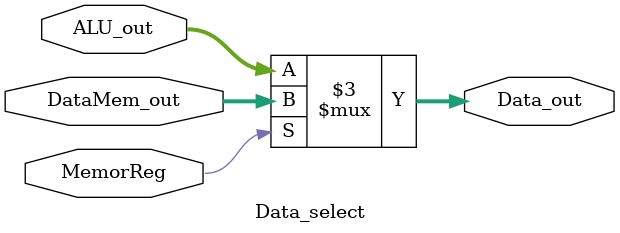
<source format=v>
`timescale 1ps/1ps
module MultiCycleCPU_test(

    );
    
//    module MultiCycleCPU(
//                CLK,
//                Opcode,ALU_in1,ALU_in2,ALU_result,STATE_out,PC_out,
//                IF_clk,ID_clk,ALU_clk,MEM_clk,WB_clk
//                    );
    
    reg CLK;
    wire IF_clk,ID_clk,ALU_clk,MEM_clk,WB_clk;
    wire [5:0] Opcode;
    
    wire [31:0] ALU_in1;
    wire [31:0] ALU_in2;
    wire [31:0] ALU_result;
    wire [31:0] PC_out;
    
    MultiCycleCPU cpu32(
            .CLK(CLK),
            .Opcode(Opcode),
            .ALU_in1(ALU_in1),
            .ALU_in2(ALU_in2),
            .ALU_result(ALU_result),
            .PC_out(PC_out),
            .IF_clk(IF_clk),
            .ID_clk(ID_clk),
            .ALU_clk(ALU_clk),
            .MEM_clk(MEM_clk),
            .WB_clk(WB_clk)
            );
            
    initial
        begin
            CLK=0;
            $dumpfile("cpu.vcd");
            $dumpvars;
        end
    always #2 CLK=~CLK;
    initial begin
        #500;
        $finish;
    end
endmodule

module MultiCycleCPU(
CLK,
Opcode,ALU_in1,ALU_in2,ALU_result,PC_out,
IF_clk,ID_clk,ALU_clk,MEM_clk,WB_clk
    );
    input CLK;
    output [5:0] Opcode;
    output [31:0] ALU_in1;
    output [31:0] ALU_in2;
    output [31:0] ALU_result;
    output [31:0] PC_out;//计算出的下一个pc值
    
    output IF_clk,ID_clk,ALU_clk,MEM_clk,WB_clk;
    //ControlUnit输出信号
    wire PCWre,Branch,Jump,RegDst,ALUSrc,MemorReg,MemWr,ExtOp;
    wire RegWr;
    wire [2:0] ALUctr;
    
    wire [2:0] STATE_out;
    
    //ALU输出信号
    wire Carryout,Zero,Overflow;
    
    wire [31:0] PC_in;
    
    //从指令中取出的相关数据
    wire [25:0] Imm26;
    wire [5:0] FUNC;
    wire [4:0] RS;
    wire [4:0] RT;
    wire [4:0] RD;
    
    wire [31:0] DataMem_out;
    
    //RegisterFile相关
    wire [31:0] data_to_registerfile;
    //wire [31:0] ALU_data1;
    wire [31:0] ALU_temp_data1;
    
    wire [31:0] ALU_temp_data2;
    //wire [31:0] ALU_data2;
//    module PCctr(
//           clk,PCWre,Branch, Jump, Zero, imm,pc_in,pc_out);
//imm取自指令后26位
    PCctr pcctr(
                .PCWre(PCWre),
                .Branch(Branch),
                .Jump(Jump),
                .Zero(Zero),
                .imm(Imm26),
                .pc_in(PC_in),
                .pc_out(PC_out)
                );
      
      
//      module PC_in_out(
//                        clk,pc_in,
//                        pc_out  ); 
//把当前pc值PC_out，送入PC_in，以便PCctr下一次计算
        PC_in_out pc_in_out(
                    .clk(CLK),
                    .pc_in(PC_out),
                    .pc_out(PC_in)
                    );            
    
//    module InstructionMem(
//        pc,IF_clk,
//        ins_Opcode,ins_func,ins_rs,ins_rt,ins_rd,ins_imm );
//imm取自指令后26位
    InstructionMem IM(
                        .pc(PC_out),
                        .IF_clk(IF_clk),
                        .ins_Opcode(Opcode),
                        .ins_func(FUNC),
                        .ins_rs(RS),
                        .ins_rt(RT),
                        .ins_rd(RD),
                        .ins_imm(Imm26)
                        );
       
//       module ControlUnit(
//                    clk,Opcode,func,
//                    Branch,Jump,RegDst,ALUSrc,ALUctr,MemorReg,RegWr,MemWr,ExtOp,PCWre,
//                    IF_clk,ID_clk,ALU_clk,MEM_clk,WB_clk,
//                    state_out
//                        );
        ControlUnit controlunit(
                    .clk(CLK),
                    .Opcode(Opcode),
                    .func(FUNC),
                    .Branch(Branch),
                    .Jump(Jump),
                    .RegDst(RegDst),
                    .ALUSrc(ALUSrc),
                    .ALUctr(ALUctr),
                    .MemorReg(MemorReg),
                    .RegWr(RegWr),
                    .MemWr(MemWr),
                    .ExtOp(ExtOp),
                    .PCWre(PCWre),
                    .IF_clk(IF_clk),
                    .ID_clk(ID_clk),
                    .ALU_clk(ALU_clk),
                    .MEM_clk(MEM_clk),
                    .WB_clk(WB_clk),
                    .state_out(STATE_out)
                    );
                    
              
//      module RegisterFile(
//                WB_clk,RegWr,Overflow,RegDst,Ra,Rb,Rc,busW,
//                busA,busB ); 
        RegisterFile registerfile(
                    .WB_clk(WB_clk),
                    .RegWr(RegWr),
                    .Overflow(Overflow),
                    .RegDst(RegDst),
                    .Ra(RS),
                    .Rb(RT),
                    .Rc(RD),
                    .busW(data_to_registerfile),
                    .busA(ALU_in1),
                    .busB(ALU_temp_data1)
                    );  
           
           
//           module Extender(
//                    ExtOp,ex_imm,
//                    ex_out
//                        ); 
            Extender extender(
                        .ExtOp(ExtOp),
                        .ex_imm(Imm26),
                        .ex_out(ALU_temp_data2)
                        );
                                
//         module ALUSrc_select(
//                        ALUSrc,busB,imm36,
//                        src_out );           
           ALUSrc_select alusrc_select(
                    .ALUSrc(ALUSrc),
                    .busB(ALU_temp_data1),
                    .imm36(ALU_temp_data2),
                    .src_out(ALU_in2)
           );
           
//           module ALU32(
//                    ALU_clk,ALUctr,in0,in1,
//                    carryout,overflow,zero,out );
           ALU32 alu32(
                       .ALU_clk(ALU_clk),
                       .ALUctr(ALUctr),
                       .in0(ALU_in1),
                       .in1(ALU_in2),
                       .carryout(Carryout),
                       .overflow(Overflow),
                       .zero(Zero),
                       .out(ALU_result)
                       );
                       
                       
//           module DataMem(
//                    MEM_clk,WrEn,Adr,DataIn,
//                    DataOut
//                        );
             DataMem datamem(
                      .MEM_clk(MEM_clk),
                      .WrEn(MemWr),
                      .Adr(ALU_result),
                      .DataIn(ALU_temp_data1),
                      .DataOut(DataMem_out)
                      );
                      
//             module Data_select(
//                    MemorReg,ALU_out,DataMem_out,
//                    Data_out
//                        );
               Data_select data_select(
                        .MemorReg(MemorReg),
                        .ALU_out(ALU_result),
                        .DataMem_out(DataMem_out),
                        .Data_out(data_to_registerfile)
                        );
                      
                       
endmodule

module PCctr(
PCWre,Branch, Jump, Zero, imm,pc_in,pc_out
    );
    //input clk;
    input PCWre;
    input Branch;
    input Jump;
    input Zero;
    input [25:0] imm;//imm取自指令的后26位
    input [31:0] pc_in;
    output reg [31:0] pc_out;
    initial
    begin
        pc_out=0;
    end
    //clk上升沿触发
    always @(Jump or Branch or Zero or PCWre)
    if(Jump)
        pc_out={pc_in[31:28],imm[25:0],1'b0,1'b0};
    else if(Branch&&Zero)
        pc_out=pc_in+{{14{imm[15]}},imm[15:0],1'b0,1'b0};
    else if(!Jump&&PCWre)
        pc_out=pc_in+4;
        
endmodule

module PC_in_out(
clk,pc_in,
pc_out
    );
    input clk;
    input [31:0] pc_in;
    output reg [31:0] pc_out;
    
    always@(posedge clk)
    begin
        pc_out<=pc_in;
    end
endmodule

module InstructionMem(
pc,IF_clk,
ins_Opcode,ins_func,ins_rs,ins_rt,ins_rd,ins_imm
    );
    input [31:0] pc;
    input IF_clk;
    output reg [5:0] ins_Opcode;
    output reg [5:0] ins_func;
    output reg [4:0] ins_rs;
    output reg [4:0] ins_rt;
    output reg [4:0] ins_rd;
    output reg [25:0] ins_imm;
    reg [31:0] memory[64:0];
    
    initial
    begin
      memory[0]=32'b000000_00111_00010_00010_00000_100000;//add reg[2]=reg[7]+reg[2]
      memory[1]=32'b000000_00010_00111_00100_00000_100011;//subu reg[4]=reg[2]-reg[7]
      memory[2]=32'b000000_00000_00001_00010_00000_101011;//sltu reg[0]<reg[1]?reg[2]=1:reg[2]=0
      memory[3]=32'b001101_00011_00100_0010011111000001;//ori reg[4]=reg[3]|zeroext(0010011111000001)
      memory[4]=32'b101011_00101_00110_0000000000000111;//sw reg[6]=6 MEM[reg[5]+SignExt(imm16)<=reg[6]
      memory[5]=32'b100011_00101_00111_0000000000000111;//lw reg[7]<=MEM[reg[5]+SignExt(imm16)
      memory[6]=32'b000000_00111_00010_00011_00000_100000;//add reg[7]=6,,reg[2]=1,reg[3]=reg[7]+reg[2]
      memory[7]=32'b000100_00001_00010_0000000000000001;//beq reg[1]==reg[2] ? pc<=pc+4+SignExt(0000000000000001)*4 : pc<=pc+4
      //memory[8]beq跳转到memory[9]
      memory[9]=32'b000010_00000_00000_00000_00000_111111;//jump pc<=0000_00000_00000_00000_00000_111111_00
    end
    
    always @(posedge IF_clk)
    begin
       ins_Opcode=memory[pc[31:2]][31:26];
       ins_func=memory[pc[31:2]][5:0];
       ins_rs=memory[pc[31:2]][25:21];
       ins_rt=memory[pc[31:2]][20:16];
       ins_rd=memory[pc[31:2]][15:11];
       ins_imm=memory[pc[31:2]][25:0];
    end
        
endmodule

module ControlUnit(
clk,Opcode,func,
Branch,Jump,RegDst,ALUSrc,ALUctr,MemorReg,RegWr,MemWr,ExtOp,PCWre,
IF_clk,ID_clk,ALU_clk,MEM_clk,WB_clk,
state_out
    );
    input clk;
    input [5:0] Opcode;
    input [5:0] func;
    output reg Branch;
    output reg Jump;
    output reg RegDst;
    output reg ALUSrc;
    output reg [2:0] ALUctr;
    output reg MemorReg;
    output reg RegWr;
    output reg MemWr;
    output reg ExtOp;
    output reg PCWre;
    output reg [2:0] state_out;
    
    output reg IF_clk;
    output reg ID_clk;
    output reg ALU_clk;
    output reg MEM_clk;
    output reg WB_clk;
    
    parameter [2:0] IF=3'b000,//IF state
                     ID=3'b001,//ID state
                     EXE1=3'b110,//add,sub,subu,slt,sltu,ori,addiu
                     EXE2=3'b101,//beq
                     EXE3=3'b010,//sw lw
                     MEM=3'b011,//MEM state
                     WB1=3'b111,//add,sub,subu,slt,sltu,ori,addiu
                     WB2=3'b100;//lw
    parameter [5:0] R_type=6'b000000,
                     ori=6'b001101,
                     addiu=6'b001001,
                     lw=6'b100011,
                     sw=6'b101011,
                     beq=6'b000100,
                     jump=6'b000010;
    //状态寄存器                 
    reg [2:0] state,next_state;
  
    initial
        begin
        Branch=0;
        Jump=0;
        RegDst=0;
        ALUSrc=0;
        ALUctr=0;
        MemorReg=0;
        RegWr=0;
        MemWr=0;
        ExtOp=0;
        PCWre=0;
        state=3'b000;
        state_out=state;
        end
        
        //上升沿触发
        always@(posedge clk)
        begin
            state<=next_state;
            state_out=state;
        end
        
        always@(state)
        begin
        case(state)
            //IF阶段无条件跳转到ID阶段
            IF:  next_state<=ID;
            //ID阶段
            ID:
                begin
                    if(Opcode == jump)
                        next_state<=IF;
                    else if(Opcode==beq)
                        next_state<=EXE2;
                    else if(Opcode==lw||Opcode==sw)
                        next_state<=EXE3;
                    else
                        next_state<=EXE1;
                end
            EXE1:next_state<=WB1;
            EXE2:next_state<=IF;
            EXE3:next_state<=MEM;
            MEM:
                begin
                    if(Opcode==lw)
                        next_state=WB2;
                    else
                        next_state=IF;
                end
           WB1:next_state<=IF;
           WB2:next_state<=IF;
           default:next_state=IF;
      endcase
      end
      
      
      always @(next_state)
      begin
            if(next_state==IF)
                IF_clk=1;
            else
                IF_clk=0;
            
            if(next_state==ID)
                ID_clk=1;
            else
                ID_clk=0;
            
            if(next_state==EXE1||next_state==EXE2||next_state==EXE3)
                ALU_clk=1;
            else
                ALU_clk=0;
                
            if(next_state==MEM)
                MEM_clk=1;
            else
                MEM_clk=0;
            
            if(next_state==WB1||next_state==WB2)
                WB_clk=1;
            else
                WB_clk=0;
                
      end
      
      always@(state)
      begin
        if(state==IF&&Opcode!=jump)
            PCWre<=1;
        else
            PCWre<=0;
        if(Opcode==R_type)
            begin
            Branch<=0;
            Jump<=0;
            RegDst<=1;
            ALUSrc<=0;
            MemorReg<=0;
            RegWr<=1;
            MemWr<=0;
            ALUctr[2]<=(~func[2])&func[1];
            ALUctr[1]<=func[3]&(~func[2])&func[1];
            ALUctr[0]<=((~func[3])&(~func[2])&(~func[1])&(~func[0])) | ((~func[2])&func[1]&(~func[0]));
            end
        else
            begin
            if(Opcode==beq)
                Branch<=1;
            else
                Branch<=0;
                
            if(Opcode==jump)
                Jump<=1;
            else
                Jump<=0;
                
            RegDst<=0;
            
            if(Opcode==ori||Opcode==addiu||Opcode==lw||Opcode==sw)
                ALUSrc<=1;
            else
                ALUSrc<=0;
                
            if(Opcode==lw)
                MemorReg<=1;
            else
                MemorReg<=0;
                
            if(Opcode==ori||Opcode==addiu||Opcode==lw)
                RegWr<=1;
             else
                RegWr<=0;
                
             if(Opcode==sw)
                MemWr<=1;
             else
                MemWr<=0;
                
             if(Opcode==addiu||Opcode==lw||Opcode==sw)
                ExtOp<=1;
             else
                ExtOp<=0;
                
             ALUctr[2]<=~Opcode[5]&~Opcode[4]&~Opcode[3]&Opcode[2]&~Opcode[1]&~Opcode[0];
             ALUctr[1]<=~Opcode[5]&~Opcode[4]&Opcode[3]&Opcode[2]&~Opcode[1]&Opcode[0];
             ALUctr[0]<=0;
             end
       end  
            
      
           
endmodule

module RegisterFile(
WB_clk,RegWr,Overflow,RegDst,Ra,Rb,Rc,busW,
busA,busB
    );
    input WB_clk;
    input RegWr;
    input Overflow;
    input RegDst;
    //Ra(Rs),Rb(Rt),Rc(Rd)
    input [4:0] Ra;
    input [4:0] Rb;
    input [4:0] Rc;
    
    input [31:0] busW;
    output  reg [31:0] busA;
    output  reg [31:0] busB;
    reg [31:0] RegMem [31:0];//32个32位宽寄存器
    
    //初始化寄存器中的值
    integer i;
    initial 
    begin
//        RegMem[0]<=5;
//        RegMem[1]<=32'b11;
//        RegMem[2]<=32'b10;
        for(i=0;i<32;i=i+1)
            RegMem[i]<=i;
    end
    
    always @(Ra or Rb)
    begin
     busA=RegMem[Ra];
     busB=RegMem[Rb];
    end
    
    always@(posedge WB_clk or RegWr)
    begin
    //RegMem[2]<=2;
        if(RegWr&&!Overflow)
        begin
            if(RegDst)
//                RegMem[2]=2;
                RegMem[Rc]<=busW;
            else
               
                RegMem[Rb]<=busW;
                
        end
     end
    
endmodule

module Extender(
ExtOp,ex_imm,
ex_out
    );
    input ExtOp;
    input [25:0] ex_imm;
    output  [31:0] ex_out;
    assign ex_out=ExtOp?{ {16{ex_imm[15]}} ,ex_imm[15:0]}:{ 16'b0,ex_imm[15:0]};
    //符号扩展
//    always @(ExtOp)
//    begin
//        if(ExtOp)
//            ex_out={ {16{ex_imm[15]}} ,ex_imm[15:0]};
//         else
//            ex_out={ 16'b0,ex_imm[15:0]};
//    end
endmodule

module ALUSrc_select(
ALUSrc,busB,imm36,
src_out
    );
    input ALUSrc;
    input [31:0] busB;
    input [31:0] imm36;
    output [31:0] src_out;
    
    assign src_out=ALUSrc?imm36:busB;
endmodule

module ALU32(
ALU_clk,ALUctr,in0,in1,
carryout,overflow,zero,out
    );
    input ALU_clk;
    input [31:0] in0,in1;
    input [2:0] ALUctr;//控制ALU进行何种操作
    output reg[31:0] out;
    output reg carryout,overflow,zero;
   
always@(posedge ALU_clk)
begin
    case(ALUctr)
        //addu
        3'b000:
            begin
            {carryout,out}=in0+in1;
            zero=(out==0)?1:0;
            overflow=0;
            end
            
        //add
        3'b001:
            begin
            out=in0+in1;
            overflow=((in0[31]==in1[31])&&(~out[31]==in0[31]))?1:0;
            zero=(out==0)?1:0;
            carryout=0;
            end
        //or
        3'b010:
            begin
            out=in0|in1;
            zero=(out==0)?1:0;
            carryout=0;
            overflow=0;
            end
        //subu
        3'b100:
            begin
            {carryout,out}=in0-in1;
            zero=(out==0)?1:0;
            overflow=0;
            end
        //sub
        3'b101:
            begin
            out=in0-in1;
            overflow=((in0[31]==0&&in1[31]==1&&out[31]==1)||(in0[31]==1&&in1[31]==0&&out[31]==0))?1:0;
            zero=(in0==in1)?1:0;
            carryout=0;
            end
        //sltu
        3'b110:
            begin
                out=(in0<in1)?1:0;
                carryout=out;
                zero=(out==0)?1:0;
                overflow=0;
            end
        //slt
        3'b111:
            begin                        
            if(in0[31]==1&&in1[31]==0)
                out=1;
            else if(in0[31]==0&&in1[31]==1)
                out=0;
            else 
                out=(in0<in1)?1:0;
           overflow=out; 
           zero=(out==0)?1:0;
           carryout=0;              
           end
        /*
        //and
        11'b00000100100:
            begin
            out=in0&in1;
            zero=(out==0)?1:0;
            carryout=0;
            overflow=0;
            end
       
        //xor
        11'b00000100110:
            begin
            out=in0^in1;
            zero=(out==0)?1:0;
            carryout=0;
            overflow=0;
            end
        //nor
        11'b00000100111:
            begin
            out=~(in0|in1);
            zero=(out==0)?1:0;
            carryout=0;
            overflow=0;
            end
        
        //shl
        11'b00000000100:
            begin
            {carryout,out}=in0<<in1;
            overflow=0;
            zero=(out==0)?1:0;
            end
        //shr
        11'b00000000110:
            begin
            out=in0>>in1;
            carryout=in0[in1-1];
            overflow=0;
            zero=(out==0)?1:0;
            end
        //sar
        11'b00000000111:
            begin
            out=($signed(in0))>>>in1;
            carryout=in0[in1-1];
            overflow=0;
            zero=(out==0)?1:0;
            end
        */
    endcase
end
endmodule

module DataMem(
MEM_clk,WrEn,Adr,DataIn,
DataOut
    );
    input MEM_clk;
    input WrEn;
    input [31:0] Adr;
    input [31:0] DataIn;
    output reg [31:0] DataOut;
    //32个32位宽寄存器
    reg [31:0] memory[0:31];
    integer i;
    initial
    begin
        for(i=0;i<32;i=i+1)
            memory[i]<=0;
    end
    
    always@ (posedge MEM_clk)
    begin
        if(WrEn==0)
            DataOut=memory[Adr];
        else
            memory[Adr]=DataIn;
    end
    
endmodule

module Data_select(
MemorReg,ALU_out,DataMem_out,
Data_out
    );
    input MemorReg;
    input [31:0] ALU_out;
    input [31:0] DataMem_out;
    output [31:0] Data_out;
    
    assign Data_out=MemorReg?DataMem_out:ALU_out;
endmodule

</source>
